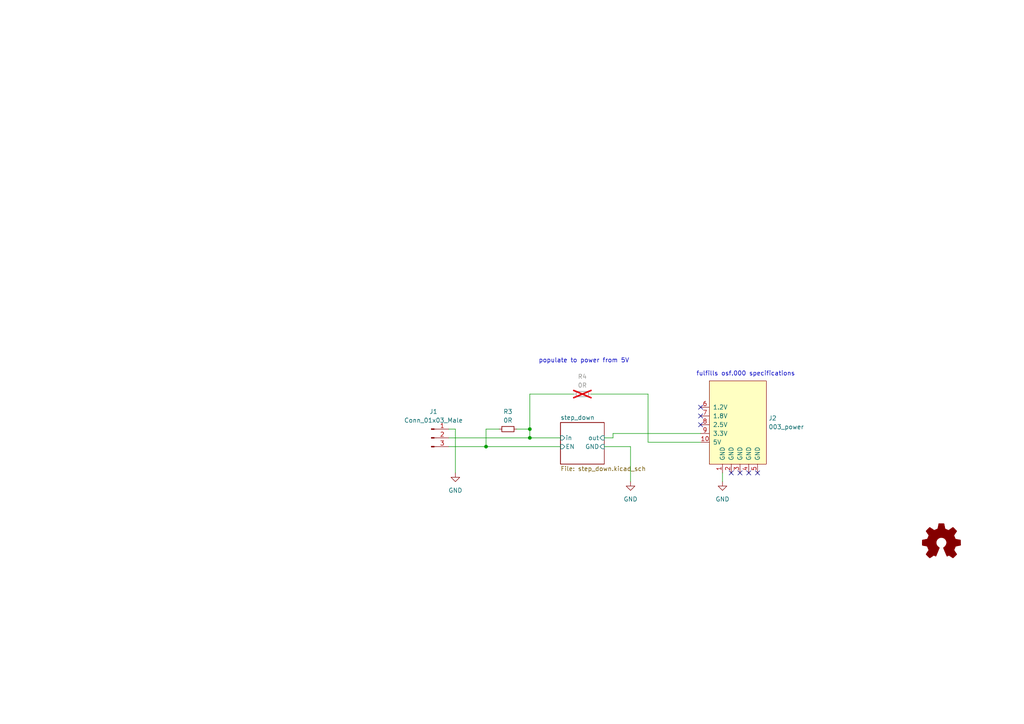
<source format=kicad_sch>
(kicad_sch (version 20230121) (generator eeschema)

  (uuid 57732dd3-1162-4c3f-88bd-31bf473d124d)

  (paper "A4")

  (lib_symbols
    (symbol "Connector:Conn_01x03_Male" (pin_names (offset 1.016) hide) (in_bom yes) (on_board yes)
      (property "Reference" "J" (at 0 5.08 0)
        (effects (font (size 1.27 1.27)))
      )
      (property "Value" "Conn_01x03_Male" (at 0 -5.08 0)
        (effects (font (size 1.27 1.27)))
      )
      (property "Footprint" "" (at 0 0 0)
        (effects (font (size 1.27 1.27)) hide)
      )
      (property "Datasheet" "~" (at 0 0 0)
        (effects (font (size 1.27 1.27)) hide)
      )
      (property "ki_keywords" "connector" (at 0 0 0)
        (effects (font (size 1.27 1.27)) hide)
      )
      (property "ki_description" "Generic connector, single row, 01x03, script generated (kicad-library-utils/schlib/autogen/connector/)" (at 0 0 0)
        (effects (font (size 1.27 1.27)) hide)
      )
      (property "ki_fp_filters" "Connector*:*_1x??_*" (at 0 0 0)
        (effects (font (size 1.27 1.27)) hide)
      )
      (symbol "Conn_01x03_Male_1_1"
        (polyline
          (pts
            (xy 1.27 -2.54)
            (xy 0.8636 -2.54)
          )
          (stroke (width 0.1524) (type default))
          (fill (type none))
        )
        (polyline
          (pts
            (xy 1.27 0)
            (xy 0.8636 0)
          )
          (stroke (width 0.1524) (type default))
          (fill (type none))
        )
        (polyline
          (pts
            (xy 1.27 2.54)
            (xy 0.8636 2.54)
          )
          (stroke (width 0.1524) (type default))
          (fill (type none))
        )
        (rectangle (start 0.8636 -2.413) (end 0 -2.667)
          (stroke (width 0.1524) (type default))
          (fill (type outline))
        )
        (rectangle (start 0.8636 0.127) (end 0 -0.127)
          (stroke (width 0.1524) (type default))
          (fill (type outline))
        )
        (rectangle (start 0.8636 2.667) (end 0 2.413)
          (stroke (width 0.1524) (type default))
          (fill (type outline))
        )
        (pin passive line (at 5.08 2.54 180) (length 3.81)
          (name "Pin_1" (effects (font (size 1.27 1.27))))
          (number "1" (effects (font (size 1.27 1.27))))
        )
        (pin passive line (at 5.08 0 180) (length 3.81)
          (name "Pin_2" (effects (font (size 1.27 1.27))))
          (number "2" (effects (font (size 1.27 1.27))))
        )
        (pin passive line (at 5.08 -2.54 180) (length 3.81)
          (name "Pin_3" (effects (font (size 1.27 1.27))))
          (number "3" (effects (font (size 1.27 1.27))))
        )
      )
    )
    (symbol "Device:R_Small" (pin_numbers hide) (pin_names (offset 0.254) hide) (in_bom yes) (on_board yes)
      (property "Reference" "R" (at 0.762 0.508 0)
        (effects (font (size 1.27 1.27)) (justify left))
      )
      (property "Value" "R_Small" (at 0.762 -1.016 0)
        (effects (font (size 1.27 1.27)) (justify left))
      )
      (property "Footprint" "" (at 0 0 0)
        (effects (font (size 1.27 1.27)) hide)
      )
      (property "Datasheet" "~" (at 0 0 0)
        (effects (font (size 1.27 1.27)) hide)
      )
      (property "ki_keywords" "R resistor" (at 0 0 0)
        (effects (font (size 1.27 1.27)) hide)
      )
      (property "ki_description" "Resistor, small symbol" (at 0 0 0)
        (effects (font (size 1.27 1.27)) hide)
      )
      (property "ki_fp_filters" "R_*" (at 0 0 0)
        (effects (font (size 1.27 1.27)) hide)
      )
      (symbol "R_Small_0_1"
        (rectangle (start -0.762 1.778) (end 0.762 -1.778)
          (stroke (width 0.2032) (type default))
          (fill (type none))
        )
      )
      (symbol "R_Small_1_1"
        (pin passive line (at 0 2.54 270) (length 0.762)
          (name "~" (effects (font (size 1.27 1.27))))
          (number "1" (effects (font (size 1.27 1.27))))
        )
        (pin passive line (at 0 -2.54 90) (length 0.762)
          (name "~" (effects (font (size 1.27 1.27))))
          (number "2" (effects (font (size 1.27 1.27))))
        )
      )
    )
    (symbol "Graphic:Logo_Open_Hardware_Small" (pin_names (offset 1.016)) (in_bom yes) (on_board yes)
      (property "Reference" "#LOGO" (at 0 6.985 0)
        (effects (font (size 1.27 1.27)) hide)
      )
      (property "Value" "Logo_Open_Hardware_Small" (at 0 -5.715 0)
        (effects (font (size 1.27 1.27)) hide)
      )
      (property "Footprint" "" (at 0 0 0)
        (effects (font (size 1.27 1.27)) hide)
      )
      (property "Datasheet" "~" (at 0 0 0)
        (effects (font (size 1.27 1.27)) hide)
      )
      (property "ki_keywords" "Logo" (at 0 0 0)
        (effects (font (size 1.27 1.27)) hide)
      )
      (property "ki_description" "Open Hardware logo, small" (at 0 0 0)
        (effects (font (size 1.27 1.27)) hide)
      )
      (symbol "Logo_Open_Hardware_Small_0_1"
        (polyline
          (pts
            (xy 3.3528 -4.3434)
            (xy 3.302 -4.318)
            (xy 3.175 -4.2418)
            (xy 2.9972 -4.1148)
            (xy 2.7686 -3.9624)
            (xy 2.54 -3.81)
            (xy 2.3622 -3.7084)
            (xy 2.2352 -3.6068)
            (xy 2.1844 -3.5814)
            (xy 2.159 -3.6068)
            (xy 2.0574 -3.6576)
            (xy 1.905 -3.7338)
            (xy 1.8034 -3.7846)
            (xy 1.6764 -3.8354)
            (xy 1.6002 -3.8354)
            (xy 1.6002 -3.8354)
            (xy 1.5494 -3.7338)
            (xy 1.4732 -3.5306)
            (xy 1.3462 -3.302)
            (xy 1.2446 -3.0226)
            (xy 1.1176 -2.7178)
            (xy 0.9652 -2.413)
            (xy 0.8636 -2.1082)
            (xy 0.7366 -1.8288)
            (xy 0.6604 -1.6256)
            (xy 0.6096 -1.4732)
            (xy 0.5842 -1.397)
            (xy 0.5842 -1.397)
            (xy 0.6604 -1.3208)
            (xy 0.7874 -1.2446)
            (xy 1.0414 -1.016)
            (xy 1.2954 -0.6858)
            (xy 1.4478 -0.3302)
            (xy 1.524 0.0762)
            (xy 1.4732 0.4572)
            (xy 1.3208 0.8128)
            (xy 1.0668 1.143)
            (xy 0.762 1.3716)
            (xy 0.4064 1.524)
            (xy 0 1.5748)
            (xy -0.381 1.5494)
            (xy -0.7366 1.397)
            (xy -1.0668 1.143)
            (xy -1.2192 0.9906)
            (xy -1.397 0.6604)
            (xy -1.524 0.3048)
            (xy -1.524 0.2286)
            (xy -1.4986 -0.1778)
            (xy -1.397 -0.5334)
            (xy -1.1938 -0.8636)
            (xy -0.9144 -1.143)
            (xy -0.8636 -1.1684)
            (xy -0.7366 -1.27)
            (xy -0.635 -1.3462)
            (xy -0.5842 -1.397)
            (xy -1.0668 -2.5908)
            (xy -1.143 -2.794)
            (xy -1.2954 -3.1242)
            (xy -1.397 -3.4036)
            (xy -1.4986 -3.6322)
            (xy -1.5748 -3.7846)
            (xy -1.6002 -3.8354)
            (xy -1.6002 -3.8354)
            (xy -1.651 -3.8354)
            (xy -1.7272 -3.81)
            (xy -1.905 -3.7338)
            (xy -2.0066 -3.683)
            (xy -2.1336 -3.6068)
            (xy -2.2098 -3.5814)
            (xy -2.2606 -3.6068)
            (xy -2.3622 -3.683)
            (xy -2.54 -3.81)
            (xy -2.7686 -3.9624)
            (xy -2.9718 -4.0894)
            (xy -3.1496 -4.2164)
            (xy -3.302 -4.318)
            (xy -3.3528 -4.3434)
            (xy -3.3782 -4.3434)
            (xy -3.429 -4.318)
            (xy -3.5306 -4.2164)
            (xy -3.7084 -4.064)
            (xy -3.937 -3.8354)
            (xy -3.9624 -3.81)
            (xy -4.1656 -3.6068)
            (xy -4.318 -3.4544)
            (xy -4.4196 -3.3274)
            (xy -4.445 -3.2766)
            (xy -4.445 -3.2766)
            (xy -4.4196 -3.2258)
            (xy -4.318 -3.0734)
            (xy -4.2164 -2.8956)
            (xy -4.064 -2.667)
            (xy -3.6576 -2.0828)
            (xy -3.8862 -1.5494)
            (xy -3.937 -1.3716)
            (xy -4.0386 -1.1684)
            (xy -4.0894 -1.0414)
            (xy -4.1148 -0.9652)
            (xy -4.191 -0.9398)
            (xy -4.318 -0.9144)
            (xy -4.5466 -0.8636)
            (xy -4.8006 -0.8128)
            (xy -5.0546 -0.7874)
            (xy -5.2578 -0.7366)
            (xy -5.4356 -0.7112)
            (xy -5.5118 -0.6858)
            (xy -5.5118 -0.6858)
            (xy -5.5372 -0.635)
            (xy -5.5372 -0.5588)
            (xy -5.5372 -0.4318)
            (xy -5.5626 -0.2286)
            (xy -5.5626 0.0762)
            (xy -5.5626 0.127)
            (xy -5.5372 0.4064)
            (xy -5.5372 0.635)
            (xy -5.5372 0.762)
            (xy -5.5372 0.8382)
            (xy -5.5372 0.8382)
            (xy -5.461 0.8382)
            (xy -5.3086 0.889)
            (xy -5.08 0.9144)
            (xy -4.826 0.9652)
            (xy -4.8006 0.9906)
            (xy -4.5466 1.0414)
            (xy -4.318 1.0668)
            (xy -4.1656 1.1176)
            (xy -4.0894 1.143)
            (xy -4.0894 1.143)
            (xy -4.0386 1.2446)
            (xy -3.9624 1.4224)
            (xy -3.8608 1.6256)
            (xy -3.7846 1.8288)
            (xy -3.7084 2.0066)
            (xy -3.6576 2.159)
            (xy -3.6322 2.2098)
            (xy -3.6322 2.2098)
            (xy -3.683 2.286)
            (xy -3.7592 2.413)
            (xy -3.8862 2.5908)
            (xy -4.064 2.8194)
            (xy -4.064 2.8448)
            (xy -4.2164 3.0734)
            (xy -4.3434 3.2512)
            (xy -4.4196 3.3782)
            (xy -4.445 3.4544)
            (xy -4.445 3.4544)
            (xy -4.3942 3.5052)
            (xy -4.2926 3.6322)
            (xy -4.1148 3.81)
            (xy -3.937 4.0132)
            (xy -3.8608 4.064)
            (xy -3.6576 4.2926)
            (xy -3.5052 4.4196)
            (xy -3.4036 4.4958)
            (xy -3.3528 4.5212)
            (xy -3.3528 4.5212)
            (xy -3.302 4.4704)
            (xy -3.1496 4.3688)
            (xy -2.9718 4.2418)
            (xy -2.7432 4.0894)
            (xy -2.7178 4.0894)
            (xy -2.4892 3.937)
            (xy -2.3114 3.81)
            (xy -2.1844 3.7084)
            (xy -2.1336 3.683)
            (xy -2.1082 3.683)
            (xy -2.032 3.7084)
            (xy -1.8542 3.7592)
            (xy -1.6764 3.8354)
            (xy -1.4732 3.937)
            (xy -1.27 4.0132)
            (xy -1.143 4.064)
            (xy -1.0668 4.1148)
            (xy -1.0668 4.1148)
            (xy -1.0414 4.191)
            (xy -1.016 4.3434)
            (xy -0.9652 4.572)
            (xy -0.9144 4.8514)
            (xy -0.889 4.9022)
            (xy -0.8382 5.1562)
            (xy -0.8128 5.3848)
            (xy -0.7874 5.5372)
            (xy -0.762 5.588)
            (xy -0.7112 5.6134)
            (xy -0.5842 5.6134)
            (xy -0.4064 5.6134)
            (xy -0.1524 5.6134)
            (xy 0.0762 5.6134)
            (xy 0.3302 5.6134)
            (xy 0.5334 5.6134)
            (xy 0.6858 5.588)
            (xy 0.7366 5.588)
            (xy 0.7366 5.588)
            (xy 0.762 5.5118)
            (xy 0.8128 5.334)
            (xy 0.8382 5.1054)
            (xy 0.9144 4.826)
            (xy 0.9144 4.7752)
            (xy 0.9652 4.5212)
            (xy 1.016 4.2926)
            (xy 1.0414 4.1402)
            (xy 1.0668 4.0894)
            (xy 1.0668 4.0894)
            (xy 1.1938 4.0386)
            (xy 1.3716 3.9624)
            (xy 1.5748 3.8608)
            (xy 2.0828 3.6576)
            (xy 2.7178 4.0894)
            (xy 2.7686 4.1402)
            (xy 2.9972 4.2926)
            (xy 3.175 4.4196)
            (xy 3.302 4.4958)
            (xy 3.3782 4.5212)
            (xy 3.3782 4.5212)
            (xy 3.429 4.4704)
            (xy 3.556 4.3434)
            (xy 3.7338 4.191)
            (xy 3.9116 3.9878)
            (xy 4.064 3.8354)
            (xy 4.2418 3.6576)
            (xy 4.3434 3.556)
            (xy 4.4196 3.4798)
            (xy 4.4196 3.429)
            (xy 4.4196 3.4036)
            (xy 4.3942 3.3274)
            (xy 4.2926 3.2004)
            (xy 4.1656 2.9972)
            (xy 4.0132 2.794)
            (xy 3.8862 2.5908)
            (xy 3.7592 2.3876)
            (xy 3.6576 2.2352)
            (xy 3.6322 2.159)
            (xy 3.6322 2.1336)
            (xy 3.683 2.0066)
            (xy 3.7592 1.8288)
            (xy 3.8608 1.6002)
            (xy 4.064 1.1176)
            (xy 4.3942 1.0414)
            (xy 4.5974 1.016)
            (xy 4.8768 0.9652)
            (xy 5.1308 0.9144)
            (xy 5.5372 0.8382)
            (xy 5.5626 -0.6604)
            (xy 5.4864 -0.6858)
            (xy 5.4356 -0.6858)
            (xy 5.2832 -0.7366)
            (xy 5.0546 -0.762)
            (xy 4.8006 -0.8128)
            (xy 4.5974 -0.8636)
            (xy 4.3688 -0.9144)
            (xy 4.2164 -0.9398)
            (xy 4.1402 -0.9398)
            (xy 4.1148 -0.9652)
            (xy 4.064 -1.0668)
            (xy 3.9878 -1.2446)
            (xy 3.9116 -1.4478)
            (xy 3.81 -1.651)
            (xy 3.7338 -1.8542)
            (xy 3.683 -2.0066)
            (xy 3.6576 -2.0828)
            (xy 3.683 -2.1336)
            (xy 3.7846 -2.2606)
            (xy 3.8862 -2.4638)
            (xy 4.0386 -2.667)
            (xy 4.191 -2.8956)
            (xy 4.318 -3.0734)
            (xy 4.3942 -3.2004)
            (xy 4.445 -3.2766)
            (xy 4.4196 -3.3274)
            (xy 4.3434 -3.429)
            (xy 4.1656 -3.5814)
            (xy 3.937 -3.8354)
            (xy 3.8862 -3.8608)
            (xy 3.683 -4.064)
            (xy 3.5306 -4.2164)
            (xy 3.4036 -4.318)
            (xy 3.3528 -4.3434)
          )
          (stroke (width 0) (type default))
          (fill (type outline))
        )
      )
    )
    (symbol "power:GND" (power) (pin_names (offset 0)) (in_bom yes) (on_board yes)
      (property "Reference" "#PWR" (at 0 -6.35 0)
        (effects (font (size 1.27 1.27)) hide)
      )
      (property "Value" "GND" (at 0 -3.81 0)
        (effects (font (size 1.27 1.27)))
      )
      (property "Footprint" "" (at 0 0 0)
        (effects (font (size 1.27 1.27)) hide)
      )
      (property "Datasheet" "" (at 0 0 0)
        (effects (font (size 1.27 1.27)) hide)
      )
      (property "ki_keywords" "power-flag" (at 0 0 0)
        (effects (font (size 1.27 1.27)) hide)
      )
      (property "ki_description" "Power symbol creates a global label with name \"GND\" , ground" (at 0 0 0)
        (effects (font (size 1.27 1.27)) hide)
      )
      (symbol "GND_0_1"
        (polyline
          (pts
            (xy 0 0)
            (xy 0 -1.27)
            (xy 1.27 -1.27)
            (xy 0 -2.54)
            (xy -1.27 -1.27)
            (xy 0 -1.27)
          )
          (stroke (width 0) (type default))
          (fill (type none))
        )
      )
      (symbol "GND_1_1"
        (pin power_in line (at 0 0 270) (length 0) hide
          (name "GND" (effects (font (size 1.27 1.27))))
          (number "1" (effects (font (size 1.27 1.27))))
        )
      )
    )
    (symbol "put_on_edge:003_power" (pin_names (offset 1.016)) (in_bom yes) (on_board yes)
      (property "Reference" "J" (at -2.54 13.97 0)
        (effects (font (size 1.27 1.27)))
      )
      (property "Value" "003_power" (at 8.89 13.97 0)
        (effects (font (size 1.27 1.27)))
      )
      (property "Footprint" "" (at 7.62 16.51 0)
        (effects (font (size 1.27 1.27)) hide)
      )
      (property "Datasheet" "" (at 7.62 16.51 0)
        (effects (font (size 1.27 1.27)) hide)
      )
      (symbol "003_power_0_1"
        (rectangle (start -8.89 12.7) (end 7.62 -11.43)
          (stroke (width 0) (type default))
          (fill (type background))
        )
      )
      (symbol "003_power_1_1"
        (pin power_in line (at -5.08 -13.97 90) (length 2.54)
          (name "GND" (effects (font (size 1.27 1.27))))
          (number "1" (effects (font (size 1.27 1.27))))
        )
        (pin power_out line (at -11.43 -5.08 0) (length 2.54)
          (name "5V" (effects (font (size 1.27 1.27))))
          (number "10" (effects (font (size 1.27 1.27))))
        )
        (pin power_in line (at -2.54 -13.97 90) (length 2.54)
          (name "GND" (effects (font (size 1.27 1.27))))
          (number "2" (effects (font (size 1.27 1.27))))
        )
        (pin power_in line (at 0 -13.97 90) (length 2.54)
          (name "GND" (effects (font (size 1.27 1.27))))
          (number "3" (effects (font (size 1.27 1.27))))
        )
        (pin power_in line (at 2.54 -13.97 90) (length 2.54)
          (name "GND" (effects (font (size 1.27 1.27))))
          (number "4" (effects (font (size 1.27 1.27))))
        )
        (pin power_in line (at 5.08 -13.97 90) (length 2.54)
          (name "GND" (effects (font (size 1.27 1.27))))
          (number "5" (effects (font (size 1.27 1.27))))
        )
        (pin power_out line (at -11.43 5.08 0) (length 2.54)
          (name "1.2V" (effects (font (size 1.27 1.27))))
          (number "6" (effects (font (size 1.27 1.27))))
        )
        (pin power_out line (at -11.43 2.54 0) (length 2.54)
          (name "1.8V" (effects (font (size 1.27 1.27))))
          (number "7" (effects (font (size 1.27 1.27))))
        )
        (pin power_out line (at -11.43 0 0) (length 2.54)
          (name "2.5V" (effects (font (size 1.27 1.27))))
          (number "8" (effects (font (size 1.27 1.27))))
        )
        (pin power_out line (at -11.43 -2.54 0) (length 2.54)
          (name "3.3V" (effects (font (size 1.27 1.27))))
          (number "9" (effects (font (size 1.27 1.27))))
        )
      )
    )
  )

  (junction (at 140.97 129.54) (diameter 0) (color 0 0 0 0)
    (uuid 06d07b0c-11b1-421b-8fcf-2a6decdcb9de)
  )
  (junction (at 153.67 127) (diameter 0) (color 0 0 0 0)
    (uuid 44e50b1e-fdab-4fda-bef1-37a70531c84e)
  )
  (junction (at 153.67 124.46) (diameter 0) (color 0 0 0 0)
    (uuid eb280281-bd80-4b22-aa63-b5af23e411e5)
  )

  (no_connect (at 212.09 137.16) (uuid d87641ba-d0a7-4809-ad65-260176545601))
  (no_connect (at 214.63 137.16) (uuid d87641ba-d0a7-4809-ad65-260176545602))
  (no_connect (at 217.17 137.16) (uuid d87641ba-d0a7-4809-ad65-260176545603))
  (no_connect (at 219.71 137.16) (uuid d87641ba-d0a7-4809-ad65-260176545604))
  (no_connect (at 203.2 118.11) (uuid d87641ba-d0a7-4809-ad65-260176545605))
  (no_connect (at 203.2 123.19) (uuid d87641ba-d0a7-4809-ad65-260176545607))
  (no_connect (at 203.2 120.65) (uuid d87641ba-d0a7-4809-ad65-260176545608))

  (wire (pts (xy 187.96 114.3) (xy 171.45 114.3))
    (stroke (width 0) (type default))
    (uuid 01ab2f12-2dff-45bd-ba6d-7907f61a25f3)
  )
  (wire (pts (xy 153.67 124.46) (xy 153.67 114.3))
    (stroke (width 0) (type default))
    (uuid 29a1adae-6a13-48ed-8f67-0ea879cd4d3c)
  )
  (wire (pts (xy 140.97 124.46) (xy 140.97 129.54))
    (stroke (width 0) (type default))
    (uuid 2fe88814-cf56-4fe3-b0f2-5ca081b39faf)
  )
  (wire (pts (xy 187.96 128.27) (xy 187.96 114.3))
    (stroke (width 0) (type default))
    (uuid 3726bedc-c490-4e69-8204-3fbd5a6e2c97)
  )
  (wire (pts (xy 130.175 127) (xy 153.67 127))
    (stroke (width 0) (type default))
    (uuid 4cd0c7be-0071-41ae-905b-847b23faadf9)
  )
  (wire (pts (xy 177.8 127) (xy 175.26 127))
    (stroke (width 0) (type default))
    (uuid 4fe918c1-0446-45a7-866b-e0fd6e7de3bf)
  )
  (wire (pts (xy 182.88 129.54) (xy 182.88 139.7))
    (stroke (width 0) (type default))
    (uuid 5a1fc14d-1d6f-444c-82b2-77ce3f0eeb3f)
  )
  (wire (pts (xy 149.86 124.46) (xy 153.67 124.46))
    (stroke (width 0) (type default))
    (uuid 61270de9-c514-4139-87ce-6c2600b4bad1)
  )
  (wire (pts (xy 153.67 114.3) (xy 166.37 114.3))
    (stroke (width 0) (type default))
    (uuid 70aa9948-2cb1-45aa-9d68-62b4c9d3e14c)
  )
  (wire (pts (xy 140.97 129.54) (xy 162.56 129.54))
    (stroke (width 0) (type default))
    (uuid 7ff28bf8-d4cf-4ff2-a908-b6b9c70fa1be)
  )
  (wire (pts (xy 130.175 129.54) (xy 140.97 129.54))
    (stroke (width 0) (type default))
    (uuid 93971b48-7bc0-4771-88ca-97bdfa18407d)
  )
  (wire (pts (xy 203.2 128.27) (xy 187.96 128.27))
    (stroke (width 0) (type default))
    (uuid 97c3adf2-7755-4e78-96fe-30cef051f1d5)
  )
  (wire (pts (xy 209.55 137.16) (xy 209.55 139.7))
    (stroke (width 0) (type default))
    (uuid 986e113e-3174-4871-8a1f-55cec57a6990)
  )
  (wire (pts (xy 132.08 124.46) (xy 130.175 124.46))
    (stroke (width 0) (type default))
    (uuid 990b6ae8-20d4-4a37-8f79-fc13dd35e740)
  )
  (wire (pts (xy 177.8 125.73) (xy 177.8 127))
    (stroke (width 0) (type default))
    (uuid b5991c93-494a-4f7f-a966-5c1cbf9b25fe)
  )
  (wire (pts (xy 175.26 129.54) (xy 182.88 129.54))
    (stroke (width 0) (type default))
    (uuid b5f50e6e-6728-4454-96f5-44e0bc388ce5)
  )
  (wire (pts (xy 144.78 124.46) (xy 140.97 124.46))
    (stroke (width 0) (type default))
    (uuid b6c6db2c-7c41-48e4-b430-118dd1d944e2)
  )
  (wire (pts (xy 153.67 124.46) (xy 153.67 127))
    (stroke (width 0) (type default))
    (uuid b9bbca41-6f68-4e86-97c3-c607a34aceac)
  )
  (wire (pts (xy 132.08 137.16) (xy 132.08 124.46))
    (stroke (width 0) (type default))
    (uuid c026d226-357d-41b9-aabd-dfe943170906)
  )
  (wire (pts (xy 153.67 127) (xy 162.56 127))
    (stroke (width 0) (type default))
    (uuid c391199e-b335-45d7-bd67-8c4ff1ecf94b)
  )
  (wire (pts (xy 177.8 125.73) (xy 203.2 125.73))
    (stroke (width 0) (type default))
    (uuid f3219932-84e4-4c1a-bf56-e3a10589450b)
  )

  (text "populate to power from 5V " (at 156.21 105.41 0)
    (effects (font (size 1.27 1.27)) (justify left bottom))
    (uuid 31ba7359-4ea4-4fad-ac08-704b6930d70b)
  )
  (text "fulfills osf.000 specifications" (at 201.93 109.22 0)
    (effects (font (size 1.27 1.27)) (justify left bottom))
    (uuid 858256db-49c9-49d3-82b5-fbc5b6d715fc)
  )

  (symbol (lib_id "put_on_edge:003_power") (at 214.63 123.19 0) (unit 1)
    (in_bom yes) (on_board yes) (dnp no) (fields_autoplaced)
    (uuid 115ebb33-f57b-4b07-82c7-d986b4b37700)
    (property "Reference" "J2" (at 222.885 121.2849 0)
      (effects (font (size 1.27 1.27)) (justify left))
    )
    (property "Value" "003_power" (at 222.885 123.8249 0)
      (effects (font (size 1.27 1.27)) (justify left))
    )
    (property "Footprint" "on_edge:on_edge_2x05_host" (at 222.25 106.68 0)
      (effects (font (size 1.27 1.27)) hide)
    )
    (property "Datasheet" "" (at 222.25 106.68 0)
      (effects (font (size 1.27 1.27)) hide)
    )
    (pin "1" (uuid 348c708e-e698-4ce4-b274-44c44a3afdc4))
    (pin "10" (uuid 958fbd59-dbc4-4b95-85f0-b68851df34cd))
    (pin "2" (uuid 009299ca-39a0-426b-993d-22d35c1062c1))
    (pin "3" (uuid 913d3a8f-5641-41f9-a9e3-ff6c3efae887))
    (pin "4" (uuid cfc0681c-e8eb-4c3a-aa9b-18796b8e18b2))
    (pin "5" (uuid f7fe6edf-89ca-4ab9-a0a7-cbbd9527b29a))
    (pin "6" (uuid 2816f5af-9cf4-4be3-a386-4c8b1911a2b9))
    (pin "7" (uuid 4693c6f5-dafb-474c-8f87-ba3c917ee4c5))
    (pin "8" (uuid ea7b05f5-07ba-4038-bbb8-7760be68bf70))
    (pin "9" (uuid f622a422-5219-4d3a-b4f8-cb42b20a6722))
    (instances
      (project "board"
        (path "/57732dd3-1162-4c3f-88bd-31bf473d124d"
          (reference "J2") (unit 1)
        )
      )
    )
  )

  (symbol (lib_id "power:GND") (at 209.55 139.7 0) (unit 1)
    (in_bom yes) (on_board yes) (dnp no) (fields_autoplaced)
    (uuid 2cbba414-8e91-427f-9a25-b90509cca343)
    (property "Reference" "#PWR0101" (at 209.55 146.05 0)
      (effects (font (size 1.27 1.27)) hide)
    )
    (property "Value" "GND" (at 209.55 144.78 0)
      (effects (font (size 1.27 1.27)))
    )
    (property "Footprint" "" (at 209.55 139.7 0)
      (effects (font (size 1.27 1.27)) hide)
    )
    (property "Datasheet" "" (at 209.55 139.7 0)
      (effects (font (size 1.27 1.27)) hide)
    )
    (pin "1" (uuid 86c003d0-ccd1-429f-91ce-972ba9e2863e))
    (instances
      (project "board"
        (path "/57732dd3-1162-4c3f-88bd-31bf473d124d"
          (reference "#PWR0101") (unit 1)
        )
      )
    )
  )

  (symbol (lib_id "Device:R_Small") (at 168.91 114.3 90) (unit 1)
    (in_bom yes) (on_board yes) (dnp yes) (fields_autoplaced)
    (uuid 42a912a8-1bdb-4cb9-836e-76acf143017e)
    (property "Reference" "R2" (at 168.91 109.22 90)
      (effects (font (size 1.27 1.27)))
    )
    (property "Value" "0R" (at 168.91 111.76 90)
      (effects (font (size 1.27 1.27)))
    )
    (property "Footprint" "Resistor_SMD:R_0603_1608Metric" (at 168.91 114.3 0)
      (effects (font (size 1.27 1.27)) hide)
    )
    (property "Datasheet" "~" (at 168.91 114.3 0)
      (effects (font (size 1.27 1.27)) hide)
    )
    (pin "1" (uuid b4d6ac01-a403-4b07-b86e-74829e89f5d0))
    (pin "2" (uuid 07292538-5b17-4c9a-8eef-937e2b49012c))
    (instances
      (project "board"
        (path "/57732dd3-1162-4c3f-88bd-31bf473d124d/767ce4c6-0e55-4543-92f0-34cb8237a544"
          (reference "R2") (unit 1)
        )
        (path "/57732dd3-1162-4c3f-88bd-31bf473d124d"
          (reference "R4") (unit 1)
        )
      )
    )
  )

  (symbol (lib_id "Device:R_Small") (at 147.32 124.46 90) (unit 1)
    (in_bom yes) (on_board yes) (dnp no) (fields_autoplaced)
    (uuid 48f449d0-37a0-4a6e-ad3c-b8e2622c1fcc)
    (property "Reference" "R2" (at 147.32 119.38 90)
      (effects (font (size 1.27 1.27)))
    )
    (property "Value" "0R" (at 147.32 121.92 90)
      (effects (font (size 1.27 1.27)))
    )
    (property "Footprint" "Resistor_SMD:R_0603_1608Metric" (at 147.32 124.46 0)
      (effects (font (size 1.27 1.27)) hide)
    )
    (property "Datasheet" "~" (at 147.32 124.46 0)
      (effects (font (size 1.27 1.27)) hide)
    )
    (pin "1" (uuid 24226fdd-f614-48ec-95d5-474fa4a459b6))
    (pin "2" (uuid 56420883-5f40-4ea7-9043-9308f9358175))
    (instances
      (project "board"
        (path "/57732dd3-1162-4c3f-88bd-31bf473d124d/767ce4c6-0e55-4543-92f0-34cb8237a544"
          (reference "R2") (unit 1)
        )
        (path "/57732dd3-1162-4c3f-88bd-31bf473d124d"
          (reference "R3") (unit 1)
        )
      )
    )
  )

  (symbol (lib_id "Connector:Conn_01x03_Male") (at 125.095 127 0) (unit 1)
    (in_bom yes) (on_board yes) (dnp no) (fields_autoplaced)
    (uuid 6f26a85e-63cd-40e1-8ae1-98f70683ced0)
    (property "Reference" "J1" (at 125.73 119.38 0)
      (effects (font (size 1.27 1.27)))
    )
    (property "Value" "Conn_01x03_Male" (at 125.73 121.92 0)
      (effects (font (size 1.27 1.27)))
    )
    (property "Footprint" "Connector_PinHeader_2.54mm:PinHeader_1x03_P2.54mm_Vertical" (at 125.095 127 0)
      (effects (font (size 1.27 1.27)) hide)
    )
    (property "Datasheet" "~" (at 125.095 127 0)
      (effects (font (size 1.27 1.27)) hide)
    )
    (pin "1" (uuid 81cfd879-5e0e-4c8c-9e03-eaf689c6a173))
    (pin "2" (uuid 68347d7f-264c-4e43-a28b-0a6045df1ac3))
    (pin "3" (uuid 39a6fd4f-fac4-477a-a360-19f6284e5321))
    (instances
      (project "board"
        (path "/57732dd3-1162-4c3f-88bd-31bf473d124d"
          (reference "J1") (unit 1)
        )
      )
    )
  )

  (symbol (lib_id "power:GND") (at 182.88 139.7 0) (unit 1)
    (in_bom yes) (on_board yes) (dnp no) (fields_autoplaced)
    (uuid 971afa99-5d33-4a72-a8e1-edd3c45138ed)
    (property "Reference" "#PWR0102" (at 182.88 146.05 0)
      (effects (font (size 1.27 1.27)) hide)
    )
    (property "Value" "GND" (at 182.88 144.78 0)
      (effects (font (size 1.27 1.27)))
    )
    (property "Footprint" "" (at 182.88 139.7 0)
      (effects (font (size 1.27 1.27)) hide)
    )
    (property "Datasheet" "" (at 182.88 139.7 0)
      (effects (font (size 1.27 1.27)) hide)
    )
    (pin "1" (uuid 0e12e353-ffd6-4e27-8957-653e209f57b0))
    (instances
      (project "board"
        (path "/57732dd3-1162-4c3f-88bd-31bf473d124d"
          (reference "#PWR0102") (unit 1)
        )
      )
    )
  )

  (symbol (lib_id "Graphic:Logo_Open_Hardware_Small") (at 273.05 157.48 0) (unit 1)
    (in_bom yes) (on_board yes) (dnp no) (fields_autoplaced)
    (uuid b72b6f4a-7489-40f2-bb90-d75ae01aa368)
    (property "Reference" "LOGO1" (at 273.05 150.495 0)
      (effects (font (size 1.27 1.27)) hide)
    )
    (property "Value" "Logo_Open_Hardware_Small" (at 273.05 163.195 0)
      (effects (font (size 1.27 1.27)) hide)
    )
    (property "Footprint" "Symbol:OSHW-Symbol_6.7x6mm_SilkScreen" (at 273.05 157.48 0)
      (effects (font (size 1.27 1.27)) hide)
    )
    (property "Datasheet" "~" (at 273.05 157.48 0)
      (effects (font (size 1.27 1.27)) hide)
    )
    (instances
      (project "board"
        (path "/57732dd3-1162-4c3f-88bd-31bf473d124d"
          (reference "LOGO1") (unit 1)
        )
      )
    )
  )

  (symbol (lib_id "power:GND") (at 132.08 137.16 0) (unit 1)
    (in_bom yes) (on_board yes) (dnp no) (fields_autoplaced)
    (uuid e1af2a15-1b4f-4cb7-8c9a-9c169153b8ba)
    (property "Reference" "#PWR0103" (at 132.08 143.51 0)
      (effects (font (size 1.27 1.27)) hide)
    )
    (property "Value" "GND" (at 132.08 142.24 0)
      (effects (font (size 1.27 1.27)))
    )
    (property "Footprint" "" (at 132.08 137.16 0)
      (effects (font (size 1.27 1.27)) hide)
    )
    (property "Datasheet" "" (at 132.08 137.16 0)
      (effects (font (size 1.27 1.27)) hide)
    )
    (pin "1" (uuid 1529ef48-223e-4a49-915e-f0fa9d6845f5))
    (instances
      (project "board"
        (path "/57732dd3-1162-4c3f-88bd-31bf473d124d"
          (reference "#PWR0103") (unit 1)
        )
      )
    )
  )

  (sheet (at 162.56 122.555) (size 12.7 12.065) (fields_autoplaced)
    (stroke (width 0.1524) (type solid))
    (fill (color 0 0 0 0.0000))
    (uuid 767ce4c6-0e55-4543-92f0-34cb8237a544)
    (property "Sheetname" "step_down" (at 162.56 121.8434 0)
      (effects (font (size 1.27 1.27)) (justify left bottom))
    )
    (property "Sheetfile" "step_down.kicad_sch" (at 162.56 135.2046 0)
      (effects (font (size 1.27 1.27)) (justify left top))
    )
    (pin "GND" input (at 175.26 129.54 0)
      (effects (font (size 1.27 1.27)) (justify right))
      (uuid 466cf29f-04d2-4303-aa26-8ec28548d2f2)
    )
    (pin "out" input (at 175.26 127 0)
      (effects (font (size 1.27 1.27)) (justify right))
      (uuid 0a489055-e8ba-4eea-becf-e809bc3edf51)
    )
    (pin "in" input (at 162.56 127 180)
      (effects (font (size 1.27 1.27)) (justify left))
      (uuid 9911be40-e6a9-472d-a168-2a6a3a1ca377)
    )
    (pin "EN" input (at 162.56 129.54 180)
      (effects (font (size 1.27 1.27)) (justify left))
      (uuid 00df47ab-a354-4235-b8c7-13f4682b51e4)
    )
    (instances
      (project "board"
        (path "/57732dd3-1162-4c3f-88bd-31bf473d124d" (page "2"))
      )
    )
  )

  (sheet_instances
    (path "/" (page "1"))
  )
)

</source>
